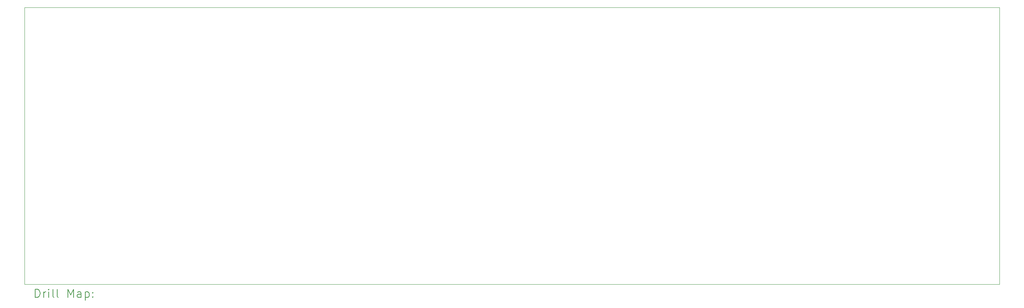
<source format=gbr>
%TF.GenerationSoftware,KiCad,Pcbnew,6.0.8+dfsg-1~bpo11+1*%
%TF.CreationDate,2023-06-21T07:26:03-04:00*%
%TF.ProjectId,08_padded_interleaved_loose,30385f70-6164-4646-9564-5f696e746572,rev?*%
%TF.SameCoordinates,Original*%
%TF.FileFunction,Drillmap*%
%TF.FilePolarity,Positive*%
%FSLAX45Y45*%
G04 Gerber Fmt 4.5, Leading zero omitted, Abs format (unit mm)*
G04 Created by KiCad (PCBNEW 6.0.8+dfsg-1~bpo11+1) date 2023-06-21 07:26:03*
%MOMM*%
%LPD*%
G01*
G04 APERTURE LIST*
%ADD10C,0.100000*%
%ADD11C,0.200000*%
G04 APERTURE END LIST*
D10*
X4460000Y-4810000D02*
X27680000Y-4810000D01*
X27680000Y-4810000D02*
X27680000Y-11420000D01*
X27680000Y-11420000D02*
X4460000Y-11420000D01*
X4460000Y-11420000D02*
X4460000Y-4810000D01*
D11*
X4712619Y-11735476D02*
X4712619Y-11535476D01*
X4760238Y-11535476D01*
X4788810Y-11545000D01*
X4807857Y-11564048D01*
X4817381Y-11583095D01*
X4826905Y-11621190D01*
X4826905Y-11649762D01*
X4817381Y-11687857D01*
X4807857Y-11706905D01*
X4788810Y-11725952D01*
X4760238Y-11735476D01*
X4712619Y-11735476D01*
X4912619Y-11735476D02*
X4912619Y-11602143D01*
X4912619Y-11640238D02*
X4922143Y-11621190D01*
X4931667Y-11611667D01*
X4950714Y-11602143D01*
X4969762Y-11602143D01*
X5036429Y-11735476D02*
X5036429Y-11602143D01*
X5036429Y-11535476D02*
X5026905Y-11545000D01*
X5036429Y-11554524D01*
X5045952Y-11545000D01*
X5036429Y-11535476D01*
X5036429Y-11554524D01*
X5160238Y-11735476D02*
X5141190Y-11725952D01*
X5131667Y-11706905D01*
X5131667Y-11535476D01*
X5265000Y-11735476D02*
X5245952Y-11725952D01*
X5236429Y-11706905D01*
X5236429Y-11535476D01*
X5493571Y-11735476D02*
X5493571Y-11535476D01*
X5560238Y-11678333D01*
X5626905Y-11535476D01*
X5626905Y-11735476D01*
X5807857Y-11735476D02*
X5807857Y-11630714D01*
X5798333Y-11611667D01*
X5779286Y-11602143D01*
X5741190Y-11602143D01*
X5722143Y-11611667D01*
X5807857Y-11725952D02*
X5788809Y-11735476D01*
X5741190Y-11735476D01*
X5722143Y-11725952D01*
X5712619Y-11706905D01*
X5712619Y-11687857D01*
X5722143Y-11668809D01*
X5741190Y-11659286D01*
X5788809Y-11659286D01*
X5807857Y-11649762D01*
X5903095Y-11602143D02*
X5903095Y-11802143D01*
X5903095Y-11611667D02*
X5922143Y-11602143D01*
X5960238Y-11602143D01*
X5979286Y-11611667D01*
X5988809Y-11621190D01*
X5998333Y-11640238D01*
X5998333Y-11697381D01*
X5988809Y-11716428D01*
X5979286Y-11725952D01*
X5960238Y-11735476D01*
X5922143Y-11735476D01*
X5903095Y-11725952D01*
X6084048Y-11716428D02*
X6093571Y-11725952D01*
X6084048Y-11735476D01*
X6074524Y-11725952D01*
X6084048Y-11716428D01*
X6084048Y-11735476D01*
X6084048Y-11611667D02*
X6093571Y-11621190D01*
X6084048Y-11630714D01*
X6074524Y-11621190D01*
X6084048Y-11611667D01*
X6084048Y-11630714D01*
M02*

</source>
